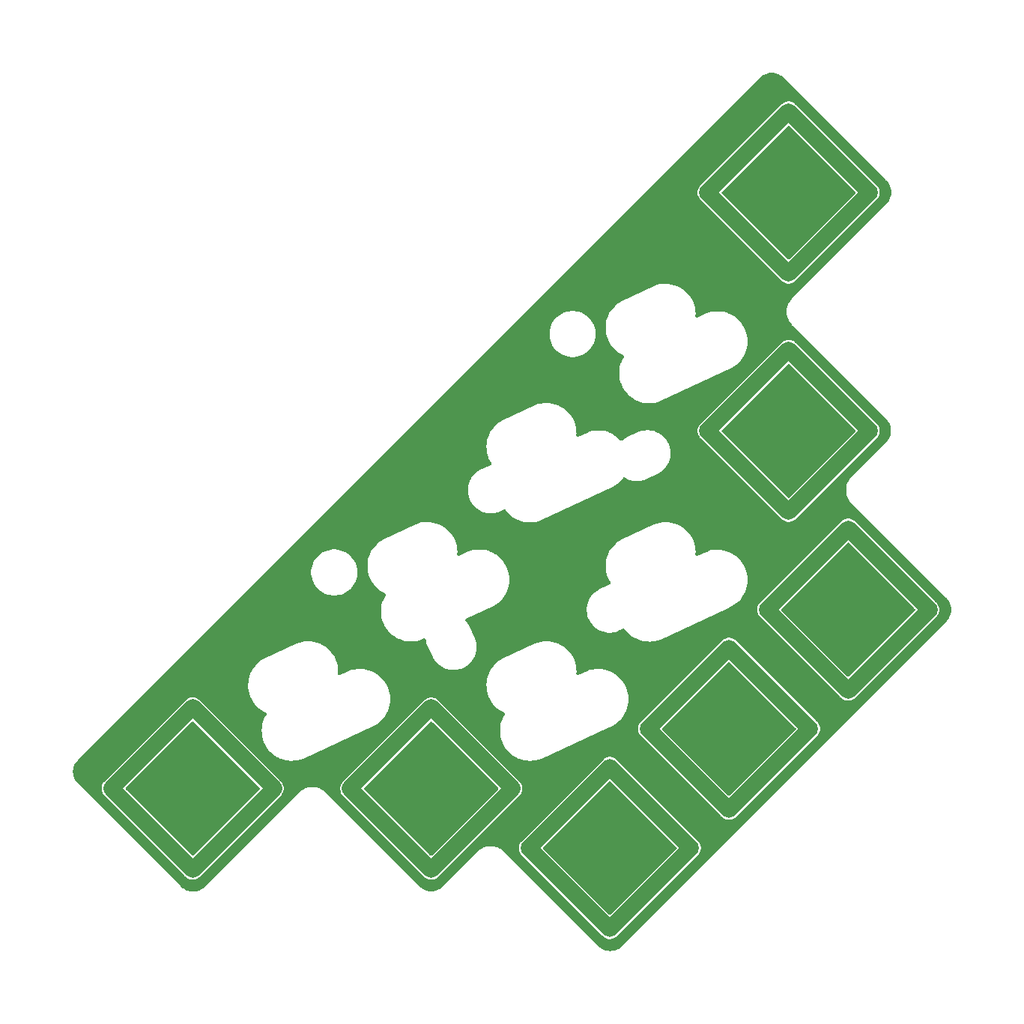
<source format=gbl>
G04 #@! TF.GenerationSoftware,KiCad,Pcbnew,8.0.5*
G04 #@! TF.CreationDate,2024-09-16T20:13:51+09:00*
G04 #@! TF.ProjectId,SandyLP_Plate_Middle,53616e64-794c-4505-9f50-6c6174655f4d,v.0*
G04 #@! TF.SameCoordinates,Original*
G04 #@! TF.FileFunction,Copper,L2,Bot*
G04 #@! TF.FilePolarity,Positive*
%FSLAX46Y46*%
G04 Gerber Fmt 4.6, Leading zero omitted, Abs format (unit mm)*
G04 Created by KiCad (PCBNEW 8.0.5) date 2024-09-16 20:13:51*
%MOMM*%
%LPD*%
G01*
G04 APERTURE LIST*
G04 Aperture macros list*
%AMRoundRect*
0 Rectangle with rounded corners*
0 $1 Rounding radius*
0 $2 $3 $4 $5 $6 $7 $8 $9 X,Y pos of 4 corners*
0 Add a 4 corners polygon primitive as box body*
4,1,4,$2,$3,$4,$5,$6,$7,$8,$9,$2,$3,0*
0 Add four circle primitives for the rounded corners*
1,1,$1+$1,$2,$3*
1,1,$1+$1,$4,$5*
1,1,$1+$1,$6,$7*
1,1,$1+$1,$8,$9*
0 Add four rect primitives between the rounded corners*
20,1,$1+$1,$2,$3,$4,$5,0*
20,1,$1+$1,$4,$5,$6,$7,0*
20,1,$1+$1,$6,$7,$8,$9,0*
20,1,$1+$1,$8,$9,$2,$3,0*%
G04 Aperture macros list end*
G04 #@! TA.AperFunction,WasherPad*
%ADD10RoundRect,0.900000X4.596201X-4.596187X-4.596187X4.596201X-4.596201X4.596187X4.596187X-4.596201X0*%
G04 #@! TD*
G04 #@! TA.AperFunction,WasherPad*
%ADD11RoundRect,0.900000X-4.596187X-4.596201X4.596201X4.596187X4.596187X4.596201X-4.596201X-4.596187X0*%
G04 #@! TD*
G04 APERTURE END LIST*
D10*
X193472835Y-70291280D03*
D11*
X193472835Y-61098892D03*
X202665223Y-70291280D03*
D10*
X202665223Y-61098892D03*
X186737643Y-23144935D03*
D11*
X186737643Y-13952547D03*
X195930031Y-23144935D03*
D10*
X195930031Y-13952547D03*
X146344196Y-90514562D03*
D11*
X146344196Y-81322174D03*
X155536584Y-90514562D03*
D10*
X155536584Y-81322174D03*
X186737643Y-50085703D03*
D11*
X186737643Y-40893315D03*
X195930031Y-50085703D03*
D10*
X195930031Y-40893315D03*
X119385722Y-90496856D03*
D11*
X119385722Y-81304468D03*
X128578110Y-90496856D03*
D10*
X128578110Y-81304468D03*
X166532067Y-97232048D03*
D11*
X166532067Y-88039660D03*
X175724455Y-97232048D03*
D10*
X175724455Y-88039660D03*
X180002451Y-83761664D03*
D11*
X180002451Y-74569276D03*
X189194839Y-83761664D03*
D10*
X189194839Y-74569276D03*
G04 #@! TA.AperFunction,NonConductor*
G36*
X189673084Y-5021506D02*
G01*
X189692398Y-5024049D01*
X189910522Y-5067436D01*
X189929341Y-5072479D01*
X190139949Y-5143970D01*
X190157945Y-5151424D01*
X190357406Y-5249787D01*
X190374274Y-5259525D01*
X190455829Y-5314018D01*
X190559197Y-5383086D01*
X190574659Y-5394950D01*
X190745534Y-5544802D01*
X190752651Y-5551468D01*
X202403314Y-17202130D01*
X202403312Y-17202131D01*
X202403325Y-17202141D01*
X202407941Y-17206758D01*
X202414598Y-17213866D01*
X202564458Y-17384760D01*
X202576312Y-17400209D01*
X202699870Y-17585137D01*
X202709613Y-17602014D01*
X202807971Y-17801473D01*
X202815429Y-17819480D01*
X202886911Y-18030072D01*
X202891955Y-18048897D01*
X202935340Y-18267017D01*
X202937884Y-18286340D01*
X202952428Y-18508258D01*
X202952428Y-18527747D01*
X202937883Y-18749665D01*
X202935339Y-18768988D01*
X202891953Y-18987110D01*
X202886909Y-19005934D01*
X202815428Y-19216520D01*
X202807970Y-19234526D01*
X202709609Y-19433992D01*
X202699865Y-19450870D01*
X202576319Y-19635781D01*
X202564455Y-19651245D01*
X202414529Y-19822212D01*
X202407867Y-19829324D01*
X202375865Y-19861329D01*
X202375685Y-19861553D01*
X191755880Y-30495452D01*
X191755881Y-30495453D01*
X191755319Y-30496016D01*
X191755297Y-30496038D01*
X191723729Y-30527649D01*
X191723724Y-30527644D01*
X191723636Y-30527750D01*
X191663338Y-30588046D01*
X191502887Y-30792840D01*
X191368300Y-31015466D01*
X191368293Y-31015479D01*
X191261520Y-31252709D01*
X191184117Y-31501095D01*
X191137219Y-31756989D01*
X191121508Y-32016678D01*
X191121508Y-32016683D01*
X191137213Y-32276363D01*
X191137214Y-32276367D01*
X191184107Y-32532267D01*
X191261505Y-32780648D01*
X191333864Y-32941426D01*
X191368279Y-33017895D01*
X191502863Y-33240523D01*
X191502868Y-33240531D01*
X191663314Y-33445326D01*
X191663315Y-33445327D01*
X191725630Y-33507641D01*
X191725634Y-33507646D01*
X202362443Y-44144453D01*
X202363848Y-44145858D01*
X202370517Y-44152979D01*
X202520365Y-44323861D01*
X202532225Y-44339318D01*
X202655773Y-44524232D01*
X202665516Y-44541110D01*
X202763877Y-44740577D01*
X202771336Y-44758584D01*
X202842818Y-44969179D01*
X202847861Y-44988003D01*
X202891245Y-45206118D01*
X202893789Y-45225441D01*
X202908333Y-45447359D01*
X202908333Y-45466848D01*
X202893788Y-45688766D01*
X202891244Y-45708089D01*
X202847858Y-45926211D01*
X202842814Y-45945035D01*
X202771332Y-46155624D01*
X202763874Y-46173630D01*
X202665518Y-46373086D01*
X202655774Y-46389965D01*
X202532221Y-46574886D01*
X202520357Y-46590348D01*
X202370419Y-46761331D01*
X202363757Y-46768444D01*
X202331754Y-46800450D01*
X202331253Y-46801078D01*
X198481042Y-50665314D01*
X198480263Y-50666096D01*
X198393312Y-50753042D01*
X198232856Y-50957833D01*
X198232854Y-50957836D01*
X198098253Y-51180476D01*
X197991475Y-51417712D01*
X197914068Y-51666103D01*
X197867170Y-51922000D01*
X197851460Y-52181691D01*
X197851460Y-52181696D01*
X197867168Y-52441387D01*
X197914063Y-52697277D01*
X197991470Y-52945676D01*
X198072432Y-53125555D01*
X198098249Y-53182915D01*
X198232848Y-53405556D01*
X198298604Y-53489481D01*
X198393304Y-53610349D01*
X198455618Y-53672659D01*
X198455623Y-53672664D01*
X209160634Y-64377673D01*
X209181463Y-64398502D01*
X209188127Y-64405618D01*
X209338001Y-64576514D01*
X209349866Y-64591976D01*
X209473425Y-64776891D01*
X209483170Y-64793770D01*
X209573205Y-64976339D01*
X209581534Y-64993227D01*
X209588993Y-65011234D01*
X209660482Y-65221829D01*
X209665527Y-65240654D01*
X209708918Y-65458781D01*
X209711462Y-65478103D01*
X209726012Y-65700027D01*
X209726012Y-65719518D01*
X209711470Y-65941433D01*
X209708927Y-65960755D01*
X209665543Y-66178885D01*
X209660498Y-66197712D01*
X209589014Y-66408310D01*
X209581556Y-66426316D01*
X209483195Y-66625783D01*
X209473451Y-66642662D01*
X209349899Y-66827581D01*
X209338034Y-66843044D01*
X209188793Y-67013227D01*
X209182131Y-67020341D01*
X209152140Y-67050335D01*
X209152136Y-67050339D01*
X172474839Y-103733591D01*
X172467671Y-103740229D01*
X172467708Y-103740271D01*
X172296838Y-103890120D01*
X172281375Y-103901985D01*
X172096457Y-104025543D01*
X172079578Y-104035288D01*
X171880123Y-104133648D01*
X171862117Y-104141106D01*
X171651517Y-104212596D01*
X171632690Y-104217641D01*
X171414575Y-104261026D01*
X171395253Y-104263570D01*
X171173335Y-104278116D01*
X171153843Y-104278116D01*
X170931924Y-104263570D01*
X170912602Y-104261026D01*
X170694486Y-104217641D01*
X170675659Y-104212596D01*
X170465059Y-104141106D01*
X170447053Y-104133648D01*
X170247598Y-104035288D01*
X170230719Y-104025543D01*
X170045806Y-103901988D01*
X170030343Y-103890123D01*
X169859441Y-103740245D01*
X169852325Y-103733580D01*
X159174992Y-93056246D01*
X159104176Y-92985430D01*
X158899392Y-92824992D01*
X158899386Y-92824988D01*
X158899383Y-92824986D01*
X158760349Y-92740937D01*
X158676750Y-92690399D01*
X158676739Y-92690393D01*
X158439498Y-92583620D01*
X158439493Y-92583618D01*
X158269871Y-92530761D01*
X160835373Y-92530761D01*
X160835373Y-92740947D01*
X160875147Y-92947310D01*
X160875148Y-92947311D01*
X160941988Y-93114270D01*
X160953259Y-93142425D01*
X161063693Y-93314265D01*
X161066886Y-93319232D01*
X161098278Y-93354601D01*
X170290666Y-102546989D01*
X170409514Y-102665837D01*
X170444883Y-102697229D01*
X170621689Y-102810855D01*
X170816804Y-102888967D01*
X171023167Y-102928741D01*
X171023174Y-102928741D01*
X171023176Y-102928742D01*
X171023177Y-102928742D01*
X171023178Y-102928742D01*
X171233344Y-102928742D01*
X171233346Y-102928742D01*
X171233348Y-102928741D01*
X171233354Y-102928741D01*
X171353937Y-102905499D01*
X171439718Y-102888967D01*
X171634833Y-102810855D01*
X171811639Y-102697229D01*
X171847008Y-102665837D01*
X171965856Y-102546989D01*
X181158244Y-93354601D01*
X181189636Y-93319232D01*
X181303262Y-93142426D01*
X181314534Y-93114270D01*
X181381374Y-92947311D01*
X181404950Y-92824986D01*
X181421148Y-92740947D01*
X181421149Y-92740937D01*
X181421149Y-92530773D01*
X181421149Y-92530770D01*
X181399211Y-92416942D01*
X181381374Y-92324397D01*
X181303262Y-92129282D01*
X181189636Y-91952476D01*
X181158244Y-91917107D01*
X181039396Y-91798259D01*
X171847008Y-82605871D01*
X171811639Y-82574479D01*
X171811636Y-82574477D01*
X171811635Y-82574476D01*
X171634830Y-82460851D01*
X171548983Y-82426484D01*
X171548981Y-82426483D01*
X171439718Y-82382741D01*
X171439717Y-82382740D01*
X171233354Y-82342966D01*
X171233346Y-82342966D01*
X171233345Y-82342966D01*
X171023176Y-82342966D01*
X171023167Y-82342966D01*
X170816804Y-82382740D01*
X170816803Y-82382741D01*
X170707538Y-82426483D01*
X170707539Y-82426484D01*
X170621689Y-82460852D01*
X170444886Y-82574476D01*
X170444884Y-82574478D01*
X170409511Y-82605873D01*
X161098280Y-91917104D01*
X161066885Y-91952477D01*
X161066883Y-91952479D01*
X160953259Y-92129282D01*
X160875148Y-92324397D01*
X160875147Y-92324398D01*
X160857311Y-92416943D01*
X160835373Y-92530761D01*
X158269871Y-92530761D01*
X158191120Y-92506221D01*
X158191111Y-92506219D01*
X157935232Y-92459327D01*
X157935208Y-92459324D01*
X157675530Y-92443617D01*
X157675524Y-92443617D01*
X157415845Y-92459324D01*
X157415821Y-92459327D01*
X157159944Y-92506219D01*
X157159936Y-92506221D01*
X156911559Y-92583618D01*
X156911554Y-92583620D01*
X156674314Y-92690393D01*
X156674303Y-92690399D01*
X156451671Y-92824986D01*
X156451661Y-92824992D01*
X156246877Y-92985430D01*
X156176061Y-93056247D01*
X156176058Y-93056249D01*
X156154890Y-93077416D01*
X156133728Y-93098579D01*
X156133726Y-93098582D01*
X152251570Y-96980736D01*
X152244453Y-96987401D01*
X152199752Y-97026604D01*
X152073584Y-97137250D01*
X152058121Y-97149115D01*
X151873203Y-97272673D01*
X151856324Y-97282418D01*
X151656869Y-97380778D01*
X151638863Y-97388236D01*
X151428263Y-97459726D01*
X151409436Y-97464771D01*
X151191321Y-97508156D01*
X151171999Y-97510700D01*
X150950081Y-97525246D01*
X150930589Y-97525246D01*
X150708670Y-97510700D01*
X150689348Y-97508156D01*
X150471232Y-97464771D01*
X150452405Y-97459726D01*
X150241805Y-97388236D01*
X150223799Y-97380778D01*
X150024344Y-97282418D01*
X150007465Y-97272673D01*
X149822552Y-97149118D01*
X149807089Y-97137253D01*
X149684594Y-97029827D01*
X149636180Y-96987368D01*
X149629071Y-96980710D01*
X139004771Y-86356409D01*
X138933955Y-86285593D01*
X138729171Y-86125155D01*
X138729165Y-86125151D01*
X138729162Y-86125149D01*
X138560937Y-86023453D01*
X138506529Y-85990562D01*
X138506518Y-85990556D01*
X138269277Y-85883783D01*
X138269272Y-85883781D01*
X138043026Y-85813279D01*
X140647502Y-85813279D01*
X140647502Y-86023461D01*
X140687276Y-86229823D01*
X140746428Y-86377577D01*
X140765389Y-86424940D01*
X140765390Y-86424941D01*
X140867634Y-86584038D01*
X140879015Y-86601746D01*
X140910407Y-86637115D01*
X150102795Y-95829503D01*
X150221643Y-95948351D01*
X150257012Y-95979743D01*
X150433818Y-96093369D01*
X150628933Y-96171481D01*
X150835296Y-96211255D01*
X150835303Y-96211255D01*
X150835305Y-96211256D01*
X150835306Y-96211256D01*
X150835307Y-96211256D01*
X151045473Y-96211256D01*
X151045475Y-96211256D01*
X151045477Y-96211255D01*
X151045483Y-96211255D01*
X151166066Y-96188013D01*
X151251847Y-96171481D01*
X151446962Y-96093369D01*
X151623768Y-95979743D01*
X151659137Y-95948351D01*
X151777985Y-95829503D01*
X160970373Y-86637115D01*
X161001765Y-86601746D01*
X161115391Y-86424940D01*
X161134352Y-86377577D01*
X161193503Y-86229825D01*
X161216264Y-86111731D01*
X161233277Y-86023461D01*
X161233278Y-86023451D01*
X161233278Y-85813281D01*
X161229867Y-85795581D01*
X161193503Y-85606913D01*
X161193503Y-85606911D01*
X161115391Y-85411796D01*
X161044753Y-85301881D01*
X161001767Y-85234993D01*
X161001766Y-85234992D01*
X161001765Y-85234990D01*
X160970373Y-85199621D01*
X160851525Y-85080773D01*
X151659137Y-75888385D01*
X151623768Y-75856993D01*
X151623765Y-75856991D01*
X151623764Y-75856990D01*
X151467340Y-75756463D01*
X151446962Y-75743367D01*
X151402734Y-75725661D01*
X151402729Y-75725659D01*
X151251847Y-75665255D01*
X151251846Y-75665254D01*
X151045483Y-75625480D01*
X151045475Y-75625480D01*
X151045474Y-75625480D01*
X150835305Y-75625480D01*
X150835296Y-75625480D01*
X150628933Y-75665254D01*
X150628932Y-75665255D01*
X150478045Y-75725660D01*
X150478046Y-75725661D01*
X150433818Y-75743366D01*
X150257015Y-75856990D01*
X150257013Y-75856992D01*
X150221640Y-75888387D01*
X140910409Y-85199618D01*
X140879014Y-85234991D01*
X140879012Y-85234993D01*
X140765388Y-85411796D01*
X140687276Y-85606913D01*
X140650915Y-85795574D01*
X140650915Y-85795575D01*
X140647502Y-85813279D01*
X138043026Y-85813279D01*
X138020899Y-85806384D01*
X138020890Y-85806382D01*
X137765011Y-85759490D01*
X137764987Y-85759487D01*
X137505309Y-85743780D01*
X137505303Y-85743780D01*
X137245624Y-85759487D01*
X137245600Y-85759490D01*
X136989723Y-85806382D01*
X136989715Y-85806384D01*
X136741338Y-85883781D01*
X136741333Y-85883783D01*
X136504093Y-85990556D01*
X136504082Y-85990562D01*
X136281450Y-86125149D01*
X136281440Y-86125155D01*
X136076656Y-86285593D01*
X136005841Y-86356409D01*
X136005838Y-86356411D01*
X135984674Y-86377573D01*
X135984675Y-86377574D01*
X135965469Y-86396781D01*
X135965466Y-86396784D01*
X125339086Y-97023162D01*
X125331969Y-97029827D01*
X125195945Y-97149118D01*
X125161100Y-97179676D01*
X125145637Y-97191541D01*
X124960719Y-97315099D01*
X124943840Y-97324844D01*
X124744385Y-97423204D01*
X124726379Y-97430662D01*
X124515779Y-97502152D01*
X124496952Y-97507197D01*
X124278837Y-97550582D01*
X124259515Y-97553126D01*
X124037597Y-97567672D01*
X124018105Y-97567672D01*
X123796186Y-97553126D01*
X123776864Y-97550582D01*
X123558748Y-97507197D01*
X123539921Y-97502152D01*
X123329321Y-97430662D01*
X123311315Y-97423204D01*
X123111860Y-97324844D01*
X123094981Y-97315099D01*
X122910068Y-97191544D01*
X122894605Y-97179679D01*
X122723703Y-97029801D01*
X122716587Y-97023136D01*
X111489020Y-85795569D01*
X113689028Y-85795569D01*
X113689028Y-86005755D01*
X113728802Y-86212118D01*
X113728802Y-86212119D01*
X113758219Y-86285596D01*
X113758219Y-86285597D01*
X113806913Y-86407231D01*
X113818294Y-86424941D01*
X113920541Y-86584040D01*
X113951933Y-86619409D01*
X123144321Y-95811797D01*
X123263169Y-95930645D01*
X123298538Y-95962037D01*
X123475344Y-96075663D01*
X123670459Y-96153775D01*
X123876822Y-96193549D01*
X123876829Y-96193549D01*
X123876831Y-96193550D01*
X123876832Y-96193550D01*
X123876833Y-96193550D01*
X124086999Y-96193550D01*
X124087001Y-96193550D01*
X124087003Y-96193549D01*
X124087009Y-96193549D01*
X124207592Y-96170307D01*
X124293373Y-96153775D01*
X124488488Y-96075663D01*
X124665294Y-95962037D01*
X124700663Y-95930645D01*
X124819511Y-95811797D01*
X134011899Y-86619409D01*
X134043291Y-86584040D01*
X134156917Y-86407234D01*
X134205613Y-86285596D01*
X134235029Y-86212119D01*
X134263474Y-86064534D01*
X134274803Y-86005755D01*
X134274804Y-86005745D01*
X134274804Y-85795581D01*
X134274804Y-85795578D01*
X134252866Y-85681750D01*
X134235029Y-85589205D01*
X134156917Y-85394090D01*
X134043291Y-85217284D01*
X134011899Y-85181915D01*
X133893051Y-85063067D01*
X124700663Y-75870679D01*
X124665294Y-75839287D01*
X124665291Y-75839285D01*
X124665290Y-75839284D01*
X124488485Y-75725659D01*
X124387016Y-75685038D01*
X124387014Y-75685037D01*
X124293373Y-75647549D01*
X124293372Y-75647548D01*
X124087009Y-75607774D01*
X124087001Y-75607774D01*
X124087000Y-75607774D01*
X123876831Y-75607774D01*
X123876822Y-75607774D01*
X123670459Y-75647548D01*
X123670458Y-75647549D01*
X123576815Y-75685037D01*
X123576816Y-75685038D01*
X123475344Y-75725660D01*
X123298541Y-75839284D01*
X123298539Y-75839286D01*
X123263166Y-75870681D01*
X113951935Y-85181912D01*
X113920540Y-85217285D01*
X113920538Y-85217287D01*
X113806914Y-85394090D01*
X113728803Y-85589205D01*
X113728802Y-85589206D01*
X113710966Y-85681751D01*
X113689028Y-85795569D01*
X111489020Y-85795569D01*
X110998780Y-85305329D01*
X110992116Y-85298214D01*
X110842260Y-85127340D01*
X110830397Y-85111879D01*
X110825912Y-85105167D01*
X110706841Y-84926967D01*
X110697098Y-84910093D01*
X110622129Y-84758072D01*
X110598727Y-84710617D01*
X110591275Y-84692626D01*
X110519786Y-84482031D01*
X110514743Y-84463210D01*
X110471355Y-84245085D01*
X110468811Y-84225762D01*
X110454265Y-84003831D01*
X110454265Y-83984364D01*
X110468811Y-83762430D01*
X110471355Y-83743112D01*
X110473086Y-83734409D01*
X110514746Y-83524977D01*
X110519786Y-83506169D01*
X110591280Y-83295558D01*
X110598728Y-83277578D01*
X110697103Y-83078097D01*
X110706835Y-83061241D01*
X110830406Y-82876308D01*
X110842256Y-82860864D01*
X110992190Y-82689902D01*
X110998812Y-82682832D01*
X119462776Y-74218868D01*
X130249760Y-74218868D01*
X130264332Y-74552639D01*
X130264334Y-74552652D01*
X130302189Y-74817804D01*
X130311555Y-74883402D01*
X130311556Y-74883409D01*
X130390966Y-75207937D01*
X130390967Y-75207942D01*
X130390969Y-75207947D01*
X130501811Y-75523137D01*
X130501814Y-75523145D01*
X130643017Y-75825954D01*
X130813205Y-76113439D01*
X130813209Y-76113446D01*
X130813215Y-76113455D01*
X131010779Y-76382898D01*
X131233801Y-76631678D01*
X131233805Y-76631682D01*
X131233810Y-76631687D01*
X131480134Y-76857401D01*
X131747400Y-77057888D01*
X131747405Y-77057891D01*
X132033041Y-77231219D01*
X132254584Y-77337483D01*
X132313124Y-77387701D01*
X132338711Y-77460461D01*
X132324490Y-77536267D01*
X132317527Y-77549125D01*
X132189983Y-77759310D01*
X132189981Y-77759314D01*
X132045492Y-78060547D01*
X132045484Y-78060566D01*
X131931215Y-78374518D01*
X131931214Y-78374523D01*
X131848267Y-78698166D01*
X131848266Y-78698171D01*
X131848266Y-78698172D01*
X131824280Y-78854013D01*
X131797438Y-79028403D01*
X131797437Y-79028406D01*
X131779226Y-79361997D01*
X131779225Y-79362020D01*
X131793797Y-79695791D01*
X131793799Y-79695806D01*
X131841020Y-80026553D01*
X131841021Y-80026560D01*
X131920431Y-80351088D01*
X131920432Y-80351093D01*
X131920434Y-80351098D01*
X132031276Y-80666289D01*
X132031279Y-80666297D01*
X132172481Y-80969106D01*
X132342672Y-81256595D01*
X132342678Y-81256603D01*
X132342680Y-81256607D01*
X132540244Y-81526049D01*
X132540247Y-81526052D01*
X132540248Y-81526054D01*
X132763269Y-81774834D01*
X132763274Y-81774839D01*
X133009593Y-82000548D01*
X133276865Y-82201040D01*
X133276870Y-82201043D01*
X133562506Y-82374371D01*
X133671153Y-82426484D01*
X133863744Y-82518862D01*
X133863748Y-82518863D01*
X133863755Y-82518867D01*
X133863761Y-82518869D01*
X133863763Y-82518870D01*
X134016539Y-82574476D01*
X134177718Y-82633140D01*
X134501369Y-82716089D01*
X134831592Y-82766916D01*
X134831601Y-82766916D01*
X134831603Y-82766917D01*
X135041405Y-82778370D01*
X135165208Y-82785129D01*
X135165212Y-82785128D01*
X135165217Y-82785129D01*
X135498988Y-82770557D01*
X135498992Y-82770556D01*
X135499001Y-82770556D01*
X135829758Y-82723334D01*
X136154295Y-82643921D01*
X136469486Y-82533079D01*
X144475910Y-78799622D01*
X144763419Y-78629419D01*
X145032862Y-78431855D01*
X145281643Y-78208834D01*
X145507365Y-77962501D01*
X145707856Y-77695229D01*
X145881183Y-77409593D01*
X146025680Y-77108344D01*
X146139953Y-76794381D01*
X146222902Y-76470730D01*
X146273729Y-76140507D01*
X146291942Y-75806891D01*
X146291942Y-75806881D01*
X146277370Y-75473111D01*
X146277369Y-75473105D01*
X146277369Y-75473099D01*
X146230147Y-75142341D01*
X146150733Y-74817804D01*
X146039892Y-74502614D01*
X145907579Y-74218868D01*
X157190529Y-74218868D01*
X157205101Y-74552639D01*
X157205103Y-74552652D01*
X157242958Y-74817804D01*
X157252324Y-74883402D01*
X157252325Y-74883409D01*
X157331735Y-75207937D01*
X157331736Y-75207942D01*
X157331738Y-75207947D01*
X157442580Y-75523137D01*
X157442583Y-75523145D01*
X157583786Y-75825954D01*
X157753974Y-76113439D01*
X157753978Y-76113446D01*
X157753984Y-76113455D01*
X157951548Y-76382898D01*
X158174570Y-76631678D01*
X158174574Y-76631682D01*
X158174579Y-76631687D01*
X158420903Y-76857401D01*
X158688169Y-77057888D01*
X158688174Y-77057891D01*
X158973810Y-77231219D01*
X159195353Y-77337483D01*
X159253893Y-77387701D01*
X159279480Y-77460461D01*
X159265259Y-77536267D01*
X159258296Y-77549125D01*
X159130752Y-77759310D01*
X159130750Y-77759314D01*
X158986261Y-78060547D01*
X158986253Y-78060566D01*
X158871984Y-78374518D01*
X158871983Y-78374523D01*
X158789036Y-78698166D01*
X158789035Y-78698171D01*
X158789035Y-78698172D01*
X158765049Y-78854013D01*
X158738207Y-79028403D01*
X158738206Y-79028406D01*
X158719995Y-79361997D01*
X158719994Y-79362020D01*
X158734566Y-79695791D01*
X158734568Y-79695806D01*
X158781789Y-80026553D01*
X158781790Y-80026560D01*
X158861200Y-80351088D01*
X158861201Y-80351093D01*
X158861203Y-80351098D01*
X158972045Y-80666289D01*
X158972048Y-80666297D01*
X159113250Y-80969106D01*
X159283441Y-81256595D01*
X159283447Y-81256603D01*
X159283449Y-81256607D01*
X159481013Y-81526049D01*
X159481016Y-81526052D01*
X159481017Y-81526054D01*
X159704038Y-81774834D01*
X159704043Y-81774839D01*
X159950362Y-82000548D01*
X160217634Y-82201040D01*
X160217639Y-82201043D01*
X160503275Y-82374371D01*
X160611922Y-82426484D01*
X160804513Y-82518862D01*
X160804517Y-82518863D01*
X160804524Y-82518867D01*
X160804530Y-82518869D01*
X160804532Y-82518870D01*
X160957308Y-82574476D01*
X161118487Y-82633140D01*
X161442138Y-82716089D01*
X161772361Y-82766916D01*
X161772370Y-82766916D01*
X161772372Y-82766917D01*
X161982174Y-82778370D01*
X162105977Y-82785129D01*
X162105981Y-82785128D01*
X162105986Y-82785129D01*
X162439757Y-82770557D01*
X162439761Y-82770556D01*
X162439770Y-82770556D01*
X162770527Y-82723334D01*
X163095064Y-82643921D01*
X163410255Y-82533079D01*
X170857488Y-79060377D01*
X174305757Y-79060377D01*
X174305757Y-79270560D01*
X174327696Y-79384381D01*
X174327696Y-79384383D01*
X174345531Y-79476922D01*
X174345533Y-79476929D01*
X174423642Y-79672039D01*
X174438906Y-79695791D01*
X174537270Y-79848848D01*
X174568662Y-79884217D01*
X183761050Y-89076605D01*
X183879898Y-89195453D01*
X183915267Y-89226845D01*
X184092073Y-89340471D01*
X184287188Y-89418583D01*
X184493551Y-89458357D01*
X184493558Y-89458357D01*
X184493560Y-89458358D01*
X184493561Y-89458358D01*
X184493562Y-89458358D01*
X184703728Y-89458358D01*
X184703730Y-89458358D01*
X184703732Y-89458357D01*
X184703738Y-89458357D01*
X184824321Y-89435115D01*
X184910102Y-89418583D01*
X185105217Y-89340471D01*
X185282023Y-89226845D01*
X185317392Y-89195453D01*
X185436240Y-89076605D01*
X194628628Y-79884217D01*
X194660020Y-79848848D01*
X194773646Y-79672042D01*
X194851758Y-79476926D01*
X194869595Y-79384382D01*
X194873909Y-79361997D01*
X194891532Y-79270563D01*
X194891533Y-79270553D01*
X194891533Y-79060389D01*
X194891533Y-79060386D01*
X194869595Y-78946558D01*
X194851758Y-78854013D01*
X194773646Y-78658898D01*
X194660020Y-78482092D01*
X194628628Y-78446723D01*
X194509780Y-78327875D01*
X185317392Y-69135487D01*
X185282023Y-69104095D01*
X185282020Y-69104093D01*
X185282019Y-69104092D01*
X185105216Y-68990468D01*
X184959084Y-68931966D01*
X184910102Y-68912357D01*
X184910101Y-68912356D01*
X184703738Y-68872582D01*
X184703730Y-68872582D01*
X184703729Y-68872582D01*
X184493560Y-68872582D01*
X184493551Y-68872582D01*
X184287189Y-68912356D01*
X184092073Y-68990468D01*
X183915270Y-69104092D01*
X183915268Y-69104094D01*
X183879895Y-69135489D01*
X174568664Y-78446720D01*
X174537269Y-78482093D01*
X174537267Y-78482095D01*
X174423643Y-78658898D01*
X174345532Y-78854013D01*
X174345531Y-78854014D01*
X174327695Y-78946559D01*
X174305757Y-79060377D01*
X170857488Y-79060377D01*
X171416679Y-78799622D01*
X171704188Y-78629419D01*
X171973631Y-78431855D01*
X172222412Y-78208834D01*
X172448134Y-77962501D01*
X172648625Y-77695229D01*
X172821952Y-77409593D01*
X172966449Y-77108344D01*
X173080722Y-76794381D01*
X173163671Y-76470730D01*
X173214498Y-76140507D01*
X173232711Y-75806891D01*
X173232711Y-75806881D01*
X173218139Y-75473111D01*
X173218138Y-75473105D01*
X173218138Y-75473099D01*
X173170916Y-75142341D01*
X173091502Y-74817804D01*
X172980661Y-74502614D01*
X172839459Y-74199805D01*
X172839457Y-74199802D01*
X172839454Y-74199795D01*
X172669266Y-73912311D01*
X172669264Y-73912309D01*
X172669257Y-73912296D01*
X172471693Y-73642853D01*
X172248672Y-73394072D01*
X172248667Y-73394067D01*
X172248662Y-73394062D01*
X172002343Y-73168353D01*
X171735071Y-72967861D01*
X171449429Y-72794530D01*
X171449425Y-72794528D01*
X171148191Y-72650039D01*
X171148172Y-72650031D01*
X170834221Y-72535762D01*
X170834216Y-72535761D01*
X170510572Y-72452814D01*
X170510569Y-72452813D01*
X170510567Y-72452813D01*
X170180345Y-72401986D01*
X170180341Y-72401985D01*
X170180336Y-72401985D01*
X170180333Y-72401984D01*
X169846742Y-72383773D01*
X169846719Y-72383772D01*
X169512948Y-72398344D01*
X169512933Y-72398346D01*
X169182186Y-72445567D01*
X169182179Y-72445568D01*
X168857651Y-72524978D01*
X168542442Y-72635826D01*
X167550359Y-73098442D01*
X167474403Y-73111835D01*
X167401926Y-73085456D01*
X167352349Y-73026372D01*
X167338611Y-72955279D01*
X167352967Y-72692318D01*
X167352968Y-72692297D01*
X167338395Y-72358530D01*
X167338393Y-72358508D01*
X167291173Y-72027757D01*
X167211759Y-71703220D01*
X167100918Y-71388029D01*
X166959716Y-71085221D01*
X166959714Y-71085218D01*
X166959711Y-71085211D01*
X166789522Y-70797726D01*
X166789520Y-70797724D01*
X166789513Y-70797711D01*
X166591950Y-70528269D01*
X166368928Y-70279488D01*
X166368923Y-70279483D01*
X166368918Y-70279478D01*
X166122599Y-70053769D01*
X165855327Y-69853277D01*
X165569698Y-69679953D01*
X165569684Y-69679945D01*
X165268448Y-69535455D01*
X165268429Y-69535447D01*
X164954477Y-69421178D01*
X164954472Y-69421177D01*
X164630829Y-69338230D01*
X164630826Y-69338229D01*
X164630824Y-69338229D01*
X164300601Y-69287402D01*
X164300597Y-69287401D01*
X164300592Y-69287401D01*
X164300589Y-69287400D01*
X163966998Y-69269189D01*
X163966976Y-69269188D01*
X163633205Y-69283760D01*
X163633190Y-69283762D01*
X163302442Y-69330983D01*
X163302435Y-69330984D01*
X162977907Y-69410395D01*
X162977899Y-69410397D01*
X162977898Y-69410398D01*
X162947247Y-69421177D01*
X162662699Y-69521242D01*
X159006567Y-71226126D01*
X159006563Y-71226128D01*
X158719052Y-71396331D01*
X158719046Y-71396335D01*
X158449617Y-71593888D01*
X158449612Y-71593892D01*
X158449609Y-71593895D01*
X158327651Y-71703226D01*
X158200824Y-71816921D01*
X158200819Y-71816926D01*
X157975105Y-72063250D01*
X157774618Y-72330516D01*
X157601287Y-72616158D01*
X157601285Y-72616162D01*
X157456796Y-72917396D01*
X157456788Y-72917415D01*
X157342519Y-73231367D01*
X157342518Y-73231372D01*
X157259571Y-73555015D01*
X157208742Y-73885252D01*
X157208741Y-73885255D01*
X157190530Y-74218846D01*
X157190529Y-74218868D01*
X145907579Y-74218868D01*
X145898690Y-74199805D01*
X145898688Y-74199802D01*
X145898685Y-74199795D01*
X145728497Y-73912311D01*
X145728495Y-73912309D01*
X145728488Y-73912296D01*
X145530924Y-73642853D01*
X145307903Y-73394072D01*
X145307898Y-73394067D01*
X145307893Y-73394062D01*
X145061574Y-73168353D01*
X144794302Y-72967861D01*
X144508660Y-72794530D01*
X144508656Y-72794528D01*
X144207422Y-72650039D01*
X144207403Y-72650031D01*
X143893452Y-72535762D01*
X143893447Y-72535761D01*
X143569803Y-72452814D01*
X143569800Y-72452813D01*
X143569798Y-72452813D01*
X143239576Y-72401986D01*
X143239572Y-72401985D01*
X143239567Y-72401985D01*
X143239564Y-72401984D01*
X142905973Y-72383773D01*
X142905950Y-72383772D01*
X142572179Y-72398344D01*
X142572164Y-72398346D01*
X142241417Y-72445567D01*
X142241410Y-72445568D01*
X141916882Y-72524978D01*
X141601673Y-72635826D01*
X140609590Y-73098442D01*
X140533634Y-73111835D01*
X140461157Y-73085456D01*
X140411580Y-73026372D01*
X140397842Y-72955279D01*
X140412198Y-72692318D01*
X140412199Y-72692297D01*
X140397626Y-72358530D01*
X140397624Y-72358508D01*
X140350404Y-72027757D01*
X140270990Y-71703220D01*
X140160149Y-71388029D01*
X140018947Y-71085221D01*
X140018945Y-71085218D01*
X140018942Y-71085211D01*
X139848753Y-70797726D01*
X139848751Y-70797724D01*
X139848744Y-70797711D01*
X139651181Y-70528269D01*
X139428159Y-70279488D01*
X139428154Y-70279483D01*
X139428149Y-70279478D01*
X139181830Y-70053769D01*
X138914558Y-69853277D01*
X138628929Y-69679953D01*
X138628915Y-69679945D01*
X138327679Y-69535455D01*
X138327660Y-69535447D01*
X138013708Y-69421178D01*
X138013703Y-69421177D01*
X137690060Y-69338230D01*
X137690057Y-69338229D01*
X137690055Y-69338229D01*
X137359832Y-69287402D01*
X137359828Y-69287401D01*
X137359823Y-69287401D01*
X137359820Y-69287400D01*
X137026229Y-69269189D01*
X137026207Y-69269188D01*
X136692436Y-69283760D01*
X136692421Y-69283762D01*
X136361673Y-69330983D01*
X136361666Y-69330984D01*
X136037138Y-69410395D01*
X136037130Y-69410397D01*
X136037129Y-69410398D01*
X136006478Y-69421177D01*
X135721930Y-69521242D01*
X132065798Y-71226126D01*
X132065794Y-71226128D01*
X131778283Y-71396331D01*
X131778277Y-71396335D01*
X131508848Y-71593888D01*
X131508843Y-71593892D01*
X131508840Y-71593895D01*
X131386882Y-71703226D01*
X131260055Y-71816921D01*
X131260050Y-71816926D01*
X131034336Y-72063250D01*
X130833849Y-72330516D01*
X130660518Y-72616158D01*
X130660516Y-72616162D01*
X130516027Y-72917396D01*
X130516019Y-72917415D01*
X130401750Y-73231367D01*
X130401749Y-73231372D01*
X130318802Y-73555015D01*
X130267973Y-73885252D01*
X130267972Y-73885255D01*
X130249761Y-74218846D01*
X130249760Y-74218868D01*
X119462776Y-74218868D01*
X132342094Y-61339550D01*
X137377498Y-61339550D01*
X137377498Y-61631632D01*
X137410200Y-61921877D01*
X137475195Y-62206636D01*
X137571662Y-62482324D01*
X137571665Y-62482333D01*
X137662101Y-62670123D01*
X137698393Y-62745484D01*
X137853790Y-62992797D01*
X138035900Y-63221156D01*
X138242433Y-63427689D01*
X138470792Y-63609799D01*
X138718105Y-63765196D01*
X138981261Y-63891926D01*
X139256953Y-63988394D01*
X139541712Y-64053389D01*
X139831957Y-64086091D01*
X140124039Y-64086091D01*
X140414284Y-64053389D01*
X140699043Y-63988394D01*
X140974735Y-63891926D01*
X141237891Y-63765196D01*
X141485204Y-63609799D01*
X141713563Y-63427689D01*
X141920096Y-63221156D01*
X142102206Y-62992797D01*
X142257603Y-62745484D01*
X142384333Y-62482328D01*
X142480801Y-62206636D01*
X142545796Y-61921877D01*
X142578498Y-61631632D01*
X142578498Y-61339550D01*
X142545796Y-61049305D01*
X142480801Y-60764546D01*
X142468995Y-60730806D01*
X143737822Y-60730806D01*
X143752394Y-61064577D01*
X143752396Y-61064590D01*
X143799618Y-61395348D01*
X143803944Y-61413026D01*
X143879028Y-61719875D01*
X143879029Y-61719880D01*
X143879031Y-61719885D01*
X143978492Y-62002712D01*
X143989876Y-62035083D01*
X144131079Y-62337892D01*
X144301267Y-62625377D01*
X144301271Y-62625384D01*
X144301277Y-62625393D01*
X144348136Y-62689300D01*
X144448342Y-62825965D01*
X144498841Y-62894836D01*
X144721863Y-63143616D01*
X144721867Y-63143620D01*
X144721872Y-63143625D01*
X144968196Y-63369339D01*
X145235462Y-63569826D01*
X145235467Y-63569829D01*
X145521103Y-63743157D01*
X145567049Y-63765195D01*
X145742646Y-63849421D01*
X145801186Y-63899639D01*
X145826773Y-63972399D01*
X145812552Y-64048205D01*
X145805591Y-64061057D01*
X145745515Y-64160060D01*
X145678045Y-64271248D01*
X145678043Y-64271252D01*
X145533554Y-64572485D01*
X145533546Y-64572504D01*
X145419277Y-64886456D01*
X145419276Y-64886461D01*
X145336329Y-65210104D01*
X145336328Y-65210109D01*
X145336328Y-65210110D01*
X145287681Y-65526174D01*
X145285500Y-65540341D01*
X145285499Y-65540344D01*
X145267288Y-65873935D01*
X145267287Y-65873958D01*
X145281859Y-66207729D01*
X145281861Y-66207744D01*
X145329082Y-66538491D01*
X145329083Y-66538498D01*
X145408493Y-66863026D01*
X145408494Y-66863031D01*
X145408496Y-66863036D01*
X145471377Y-67041845D01*
X145519341Y-67178235D01*
X145660543Y-67481044D01*
X145830734Y-67768533D01*
X145830740Y-67768541D01*
X145830742Y-67768545D01*
X146028306Y-68037987D01*
X146028309Y-68037990D01*
X146028310Y-68037992D01*
X146044158Y-68055670D01*
X146243159Y-68277657D01*
X146251331Y-68286772D01*
X146251336Y-68286777D01*
X146497655Y-68512486D01*
X146497658Y-68512488D01*
X146497660Y-68512490D01*
X146564288Y-68562470D01*
X146764927Y-68712978D01*
X146764932Y-68712981D01*
X147050568Y-68886309D01*
X147104874Y-68912357D01*
X147351806Y-69030800D01*
X147351810Y-69030801D01*
X147351817Y-69030805D01*
X147351823Y-69030807D01*
X147351825Y-69030808D01*
X147635755Y-69134150D01*
X147665780Y-69145078D01*
X147989431Y-69228027D01*
X148319654Y-69278854D01*
X148319663Y-69278854D01*
X148319665Y-69278855D01*
X148529467Y-69290308D01*
X148653270Y-69297067D01*
X148653274Y-69297066D01*
X148653279Y-69297067D01*
X148987050Y-69282495D01*
X148987054Y-69282494D01*
X148987063Y-69282494D01*
X149317820Y-69235272D01*
X149642357Y-69155859D01*
X149957548Y-69045017D01*
X150121897Y-68968378D01*
X150197853Y-68954985D01*
X150270330Y-68981364D01*
X150319907Y-69040447D01*
X150333127Y-69088580D01*
X150337687Y-69134147D01*
X150337689Y-69134160D01*
X150399125Y-69419691D01*
X150399128Y-69419704D01*
X150492149Y-69696562D01*
X150492152Y-69696569D01*
X151139686Y-71085211D01*
X151164995Y-71139485D01*
X151217942Y-71226129D01*
X151317291Y-71388708D01*
X151317291Y-71388709D01*
X151317294Y-71388713D01*
X151317296Y-71388716D01*
X151496546Y-71619327D01*
X151496550Y-71619331D01*
X151496556Y-71619338D01*
X151689269Y-71816917D01*
X151700489Y-71828420D01*
X151926559Y-72013362D01*
X151926562Y-72013364D01*
X151926561Y-72013364D01*
X152171906Y-72171824D01*
X152171910Y-72171826D01*
X152171916Y-72171830D01*
X152433472Y-72301830D01*
X152658606Y-72383772D01*
X152698642Y-72398344D01*
X152707940Y-72401728D01*
X152991866Y-72470267D01*
X153281681Y-72506586D01*
X153450176Y-72508686D01*
X153573729Y-72510227D01*
X153573730Y-72510227D01*
X153573731Y-72510226D01*
X153573740Y-72510227D01*
X153864371Y-72481145D01*
X154149918Y-72419706D01*
X154149921Y-72419704D01*
X154149925Y-72419704D01*
X154332045Y-72358514D01*
X154426790Y-72326681D01*
X154691506Y-72203242D01*
X154940737Y-72050941D01*
X155171348Y-71871691D01*
X155380441Y-71667748D01*
X155565383Y-71441678D01*
X155723851Y-71196321D01*
X155853851Y-70934765D01*
X155953749Y-70660297D01*
X156022288Y-70376371D01*
X156058607Y-70086556D01*
X156062248Y-69794497D01*
X156033166Y-69503866D01*
X155971727Y-69218319D01*
X155971726Y-69218317D01*
X155971725Y-69218311D01*
X155878704Y-68941453D01*
X155878702Y-68941447D01*
X155205859Y-67498531D01*
X155053558Y-67249300D01*
X154874308Y-67018689D01*
X154874302Y-67018682D01*
X154874297Y-67018677D01*
X154842332Y-66985905D01*
X154804604Y-66918635D01*
X154805565Y-66841513D01*
X154844959Y-66775204D01*
X154886019Y-66746832D01*
X156877429Y-65818223D01*
X168520404Y-65818223D01*
X168520404Y-65818224D01*
X168520405Y-65818233D01*
X168520405Y-65818234D01*
X168549487Y-66108865D01*
X168549488Y-66108871D01*
X168549489Y-66108877D01*
X168610924Y-66394406D01*
X168610927Y-66394419D01*
X168703948Y-66671277D01*
X168703951Y-66671284D01*
X168819292Y-66918635D01*
X168827390Y-66936000D01*
X168897261Y-67050339D01*
X168979686Y-67185223D01*
X168979686Y-67185224D01*
X168979689Y-67185228D01*
X168979691Y-67185231D01*
X169158941Y-67415842D01*
X169158945Y-67415846D01*
X169158951Y-67415853D01*
X169222528Y-67481035D01*
X169362884Y-67624935D01*
X169588954Y-67809877D01*
X169588957Y-67809879D01*
X169588956Y-67809879D01*
X169834301Y-67968339D01*
X169834305Y-67968341D01*
X169834311Y-67968345D01*
X170095867Y-68098345D01*
X170370335Y-68198243D01*
X170654261Y-68266782D01*
X170944076Y-68303101D01*
X171112571Y-68305201D01*
X171236124Y-68306742D01*
X171236125Y-68306742D01*
X171236126Y-68306741D01*
X171236135Y-68306742D01*
X171526766Y-68277660D01*
X171812313Y-68216221D01*
X171812316Y-68216219D01*
X171812320Y-68216219D01*
X171950749Y-68169708D01*
X172089185Y-68123196D01*
X172657788Y-67858051D01*
X172733741Y-67844659D01*
X172806218Y-67871038D01*
X172840915Y-67904987D01*
X172951393Y-68055659D01*
X172951401Y-68055670D01*
X173011937Y-68123198D01*
X173173212Y-68303101D01*
X173174422Y-68304450D01*
X173174427Y-68304455D01*
X173420746Y-68530164D01*
X173688018Y-68730656D01*
X173688023Y-68730659D01*
X173973659Y-68903987D01*
X174079981Y-68954985D01*
X174274897Y-69048478D01*
X174274901Y-69048479D01*
X174274908Y-69048483D01*
X174274914Y-69048485D01*
X174274916Y-69048486D01*
X174569921Y-69155859D01*
X174588871Y-69162756D01*
X174912522Y-69245705D01*
X175242745Y-69296532D01*
X175242754Y-69296532D01*
X175242756Y-69296533D01*
X175452558Y-69307986D01*
X175576361Y-69314745D01*
X175576365Y-69314744D01*
X175576370Y-69314745D01*
X175910141Y-69300173D01*
X175910145Y-69300172D01*
X175910154Y-69300172D01*
X176240911Y-69252950D01*
X176565448Y-69173537D01*
X176880639Y-69062695D01*
X184327861Y-65589998D01*
X187776141Y-65589998D01*
X187776141Y-65800179D01*
X187815915Y-66006542D01*
X187815916Y-66006543D01*
X187865913Y-66131430D01*
X187894027Y-66201657D01*
X187909261Y-66225362D01*
X188007654Y-66378464D01*
X188039046Y-66413833D01*
X197231434Y-75606221D01*
X197350282Y-75725069D01*
X197385651Y-75756461D01*
X197385653Y-75756462D01*
X197385654Y-75756463D01*
X197514526Y-75839284D01*
X197562457Y-75870087D01*
X197757572Y-75948199D01*
X197963935Y-75987973D01*
X197963942Y-75987973D01*
X197963944Y-75987974D01*
X197963945Y-75987974D01*
X197963946Y-75987974D01*
X198174112Y-75987974D01*
X198174114Y-75987974D01*
X198174116Y-75987973D01*
X198174122Y-75987973D01*
X198294705Y-75964731D01*
X198380486Y-75948199D01*
X198575601Y-75870087D01*
X198752407Y-75756461D01*
X198787776Y-75725069D01*
X198906624Y-75606221D01*
X208099012Y-66413833D01*
X208130404Y-66378464D01*
X208244030Y-66201658D01*
X208272145Y-66131430D01*
X208322142Y-66006543D01*
X208347696Y-65873958D01*
X208361916Y-65800179D01*
X208361917Y-65800169D01*
X208361917Y-65590004D01*
X208361915Y-65589992D01*
X208352346Y-65540341D01*
X208349616Y-65526175D01*
X208322142Y-65383629D01*
X208244030Y-65188514D01*
X208130404Y-65011708D01*
X208099012Y-64976339D01*
X207980164Y-64857491D01*
X198787776Y-55665103D01*
X198752407Y-55633711D01*
X198752404Y-55633709D01*
X198752403Y-55633708D01*
X198575600Y-55520084D01*
X198574124Y-55519493D01*
X198574120Y-55519492D01*
X198380486Y-55441973D01*
X198380485Y-55441972D01*
X198174122Y-55402198D01*
X198174114Y-55402198D01*
X198174113Y-55402198D01*
X197963944Y-55402198D01*
X197963935Y-55402198D01*
X197757573Y-55441972D01*
X197641258Y-55488537D01*
X197563938Y-55519492D01*
X197563933Y-55519493D01*
X197562457Y-55520084D01*
X197385654Y-55633708D01*
X197385652Y-55633710D01*
X197350279Y-55665105D01*
X188039048Y-64976336D01*
X188007653Y-65011709D01*
X188007651Y-65011711D01*
X187894027Y-65188514D01*
X187815915Y-65383631D01*
X187788443Y-65526174D01*
X187788443Y-65526177D01*
X187776141Y-65589998D01*
X184327861Y-65589998D01*
X184887063Y-65329238D01*
X185174572Y-65159035D01*
X185444015Y-64961471D01*
X185692796Y-64738450D01*
X185918518Y-64492117D01*
X186119009Y-64224845D01*
X186292336Y-63939209D01*
X186436833Y-63637960D01*
X186551106Y-63323997D01*
X186634055Y-63000346D01*
X186684882Y-62670123D01*
X186703095Y-62336507D01*
X186702324Y-62318842D01*
X186688523Y-62002727D01*
X186688522Y-62002721D01*
X186688522Y-62002715D01*
X186641300Y-61671957D01*
X186561886Y-61347420D01*
X186451045Y-61032230D01*
X186442797Y-61014543D01*
X186326222Y-60764546D01*
X186309843Y-60729421D01*
X186309841Y-60729418D01*
X186309838Y-60729411D01*
X186139650Y-60441927D01*
X186139648Y-60441925D01*
X186139641Y-60441912D01*
X185942077Y-60172469D01*
X185926229Y-60154791D01*
X185847487Y-60066953D01*
X185719056Y-59923688D01*
X185719051Y-59923683D01*
X185719046Y-59923678D01*
X185472727Y-59697969D01*
X185205455Y-59497477D01*
X184919813Y-59324146D01*
X184919809Y-59324144D01*
X184618575Y-59179655D01*
X184618556Y-59179647D01*
X184304605Y-59065378D01*
X184304600Y-59065377D01*
X183980956Y-58982430D01*
X183980953Y-58982429D01*
X183980951Y-58982429D01*
X183650729Y-58931602D01*
X183650725Y-58931601D01*
X183650720Y-58931601D01*
X183650717Y-58931600D01*
X183317126Y-58913389D01*
X183317103Y-58913388D01*
X182983332Y-58927960D01*
X182983317Y-58927962D01*
X182652570Y-58975183D01*
X182652563Y-58975184D01*
X182328035Y-59054594D01*
X182328027Y-59054596D01*
X182328026Y-59054597D01*
X182257906Y-59079256D01*
X182012826Y-59165442D01*
X181020743Y-59628058D01*
X180944787Y-59641451D01*
X180872310Y-59615072D01*
X180822733Y-59555988D01*
X180808995Y-59484895D01*
X180823351Y-59221934D01*
X180823352Y-59221913D01*
X180808779Y-58888146D01*
X180808777Y-58888124D01*
X180806253Y-58870446D01*
X180761557Y-58557373D01*
X180682143Y-58232836D01*
X180571302Y-57917645D01*
X180430100Y-57614837D01*
X180430098Y-57614834D01*
X180430095Y-57614827D01*
X180259906Y-57327342D01*
X180259904Y-57327340D01*
X180259897Y-57327327D01*
X180062334Y-57057885D01*
X179839312Y-56809104D01*
X179839307Y-56809099D01*
X179839302Y-56809094D01*
X179592983Y-56583385D01*
X179325711Y-56382893D01*
X179040082Y-56209569D01*
X179040068Y-56209561D01*
X178738832Y-56065071D01*
X178738813Y-56065063D01*
X178424861Y-55950794D01*
X178424856Y-55950793D01*
X178101213Y-55867846D01*
X178101210Y-55867845D01*
X178101208Y-55867845D01*
X177770985Y-55817018D01*
X177770981Y-55817017D01*
X177770976Y-55817017D01*
X177770973Y-55817016D01*
X177437382Y-55798805D01*
X177437360Y-55798804D01*
X177103589Y-55813376D01*
X177103574Y-55813378D01*
X176772826Y-55860599D01*
X176772819Y-55860600D01*
X176448291Y-55940011D01*
X176133083Y-56050858D01*
X172476951Y-57755742D01*
X172476947Y-57755744D01*
X172189436Y-57925947D01*
X172189430Y-57925951D01*
X171920001Y-58123504D01*
X171919996Y-58123508D01*
X171919993Y-58123511D01*
X171798035Y-58232842D01*
X171671208Y-58346537D01*
X171671203Y-58346542D01*
X171445489Y-58592866D01*
X171245002Y-58860132D01*
X171071671Y-59145774D01*
X171071669Y-59145778D01*
X170927180Y-59447012D01*
X170927172Y-59447031D01*
X170812903Y-59760983D01*
X170812902Y-59760988D01*
X170729955Y-60084631D01*
X170729954Y-60084636D01*
X170729954Y-60084637D01*
X170708243Y-60225697D01*
X170679126Y-60414868D01*
X170679125Y-60414871D01*
X170660914Y-60748462D01*
X170660913Y-60748484D01*
X170675485Y-61082255D01*
X170675487Y-61082268D01*
X170713342Y-61347420D01*
X170722708Y-61413018D01*
X170722709Y-61413025D01*
X170802119Y-61737553D01*
X170802120Y-61737558D01*
X170802122Y-61737563D01*
X170906747Y-62035075D01*
X170912967Y-62052761D01*
X171054170Y-62355570D01*
X171207763Y-62615022D01*
X171228537Y-62689300D01*
X171209389Y-62764013D01*
X171155449Y-62819142D01*
X171142516Y-62825965D01*
X169891152Y-63409486D01*
X169891149Y-63409488D01*
X169641923Y-63561785D01*
X169641922Y-63561785D01*
X169411300Y-63741044D01*
X169411293Y-63741050D01*
X169202213Y-63944981D01*
X169202210Y-63944984D01*
X169017267Y-64171056D01*
X168858807Y-64416400D01*
X168858800Y-64416413D01*
X168728807Y-64677954D01*
X168728800Y-64677970D01*
X168628904Y-64952431D01*
X168628904Y-64952432D01*
X168561640Y-65231079D01*
X168560365Y-65236360D01*
X168524046Y-65526175D01*
X168524045Y-65526182D01*
X168524045Y-65526190D01*
X168520404Y-65818223D01*
X156877429Y-65818223D01*
X157963972Y-65311560D01*
X158251481Y-65141357D01*
X158520924Y-64943793D01*
X158769705Y-64720772D01*
X158995427Y-64474439D01*
X159195918Y-64207167D01*
X159369245Y-63921531D01*
X159513742Y-63620282D01*
X159628015Y-63306319D01*
X159710964Y-62982668D01*
X159761791Y-62652445D01*
X159780004Y-62318829D01*
X159775106Y-62206636D01*
X159765432Y-61985049D01*
X159765431Y-61985043D01*
X159765431Y-61985037D01*
X159718209Y-61654279D01*
X159638795Y-61329742D01*
X159527954Y-61014552D01*
X159386752Y-60711743D01*
X159386750Y-60711740D01*
X159386747Y-60711733D01*
X159216559Y-60424249D01*
X159216557Y-60424247D01*
X159216550Y-60424234D01*
X159018986Y-60154791D01*
X158795965Y-59906010D01*
X158795960Y-59906005D01*
X158795955Y-59906000D01*
X158549636Y-59680291D01*
X158282364Y-59479799D01*
X158025855Y-59324146D01*
X157996724Y-59306469D01*
X157996718Y-59306466D01*
X157695484Y-59161977D01*
X157695465Y-59161969D01*
X157381514Y-59047700D01*
X157381509Y-59047699D01*
X157057865Y-58964752D01*
X157057862Y-58964751D01*
X157057860Y-58964751D01*
X156727638Y-58913924D01*
X156727634Y-58913923D01*
X156727629Y-58913923D01*
X156727626Y-58913922D01*
X156394035Y-58895711D01*
X156394012Y-58895710D01*
X156060241Y-58910282D01*
X156060226Y-58910284D01*
X155729479Y-58957505D01*
X155729472Y-58957506D01*
X155404944Y-59036916D01*
X155404936Y-59036918D01*
X155404935Y-59036919D01*
X155354666Y-59054597D01*
X155089735Y-59147764D01*
X154097652Y-59610380D01*
X154021696Y-59623773D01*
X153949219Y-59597394D01*
X153899642Y-59538310D01*
X153885904Y-59467217D01*
X153899295Y-59221934D01*
X153900261Y-59204245D01*
X153899187Y-59179655D01*
X153885688Y-58870468D01*
X153885686Y-58870446D01*
X153884214Y-58860137D01*
X153838466Y-58539695D01*
X153759052Y-58215158D01*
X153648211Y-57899967D01*
X153507009Y-57597159D01*
X153507007Y-57597156D01*
X153507004Y-57597149D01*
X153336815Y-57309664D01*
X153336813Y-57309662D01*
X153336806Y-57309649D01*
X153139243Y-57040207D01*
X152916221Y-56791426D01*
X152916216Y-56791421D01*
X152916211Y-56791416D01*
X152669892Y-56565707D01*
X152402620Y-56365215D01*
X152116991Y-56191891D01*
X152116977Y-56191883D01*
X151815741Y-56047393D01*
X151815722Y-56047385D01*
X151501770Y-55933116D01*
X151501765Y-55933115D01*
X151178122Y-55850168D01*
X151178119Y-55850167D01*
X151178117Y-55850167D01*
X150847894Y-55799340D01*
X150847890Y-55799339D01*
X150847885Y-55799339D01*
X150847882Y-55799338D01*
X150514291Y-55781127D01*
X150514269Y-55781126D01*
X150180498Y-55795698D01*
X150180483Y-55795700D01*
X149849735Y-55842921D01*
X149849728Y-55842922D01*
X149525200Y-55922333D01*
X149525192Y-55922335D01*
X149525191Y-55922336D01*
X149444270Y-55950793D01*
X149209992Y-56033180D01*
X145553860Y-57738064D01*
X145553856Y-57738066D01*
X145266345Y-57908269D01*
X145266339Y-57908273D01*
X144996910Y-58105826D01*
X144996905Y-58105830D01*
X144996902Y-58105833D01*
X144874944Y-58215164D01*
X144748117Y-58328859D01*
X144748112Y-58328864D01*
X144522398Y-58575188D01*
X144321911Y-58842454D01*
X144148580Y-59128096D01*
X144148578Y-59128100D01*
X144004089Y-59429334D01*
X144004081Y-59429353D01*
X143889812Y-59743305D01*
X143889811Y-59743310D01*
X143806864Y-60066953D01*
X143806863Y-60066958D01*
X143806863Y-60066959D01*
X143782431Y-60225697D01*
X143756035Y-60397190D01*
X143756034Y-60397193D01*
X143737823Y-60730784D01*
X143737822Y-60730806D01*
X142468995Y-60730806D01*
X142384333Y-60488854D01*
X142257603Y-60225698D01*
X142102206Y-59978385D01*
X141920096Y-59750026D01*
X141713563Y-59543493D01*
X141485204Y-59361383D01*
X141237891Y-59205986D01*
X141234255Y-59204235D01*
X140974740Y-59079258D01*
X140974737Y-59079257D01*
X140974735Y-59079256D01*
X140699043Y-58982788D01*
X140699031Y-58982785D01*
X140699027Y-58982784D01*
X140496467Y-58936550D01*
X140414284Y-58917793D01*
X140414282Y-58917792D01*
X140414279Y-58917792D01*
X140124039Y-58885091D01*
X139831957Y-58885091D01*
X139541716Y-58917792D01*
X139256968Y-58982784D01*
X139256961Y-58982786D01*
X139256953Y-58982788D01*
X138981264Y-59079255D01*
X138981255Y-59079258D01*
X138718104Y-59205986D01*
X138470799Y-59361378D01*
X138470795Y-59361380D01*
X138470792Y-59361383D01*
X138249495Y-59537861D01*
X138242428Y-59543497D01*
X138035904Y-59750021D01*
X138035900Y-59750025D01*
X138035900Y-59750026D01*
X137853790Y-59978385D01*
X137853787Y-59978388D01*
X137853785Y-59978392D01*
X137698393Y-60225697D01*
X137571665Y-60488848D01*
X137571663Y-60488854D01*
X137475195Y-60764546D01*
X137475193Y-60764554D01*
X137475191Y-60764561D01*
X137410199Y-61049309D01*
X137378603Y-61329742D01*
X137377498Y-61339550D01*
X132342094Y-61339550D01*
X141369160Y-52312484D01*
X155085375Y-52312484D01*
X155085375Y-52312485D01*
X155085376Y-52312494D01*
X155085376Y-52312495D01*
X155114458Y-52603126D01*
X155114459Y-52603132D01*
X155114460Y-52603138D01*
X155175895Y-52888667D01*
X155175898Y-52888680D01*
X155268919Y-53165538D01*
X155268922Y-53165545D01*
X155392361Y-53430261D01*
X155443393Y-53513771D01*
X155544657Y-53679484D01*
X155544657Y-53679485D01*
X155544660Y-53679489D01*
X155544662Y-53679492D01*
X155723912Y-53910103D01*
X155723916Y-53910107D01*
X155723922Y-53910114D01*
X155927853Y-54119194D01*
X155927855Y-54119196D01*
X156153925Y-54304138D01*
X156153928Y-54304140D01*
X156153927Y-54304140D01*
X156399272Y-54462600D01*
X156399276Y-54462602D01*
X156399282Y-54462606D01*
X156660838Y-54592606D01*
X156935306Y-54692504D01*
X157219232Y-54761043D01*
X157509047Y-54797362D01*
X157677542Y-54799462D01*
X157801095Y-54801003D01*
X157801096Y-54801003D01*
X157801097Y-54801002D01*
X157801106Y-54801003D01*
X158091737Y-54771921D01*
X158377284Y-54710482D01*
X158377287Y-54710480D01*
X158377291Y-54710480D01*
X158515720Y-54663969D01*
X158654156Y-54617457D01*
X159177094Y-54373606D01*
X159253047Y-54360214D01*
X159325524Y-54386593D01*
X159360219Y-54420540D01*
X159391064Y-54462607D01*
X159481009Y-54585275D01*
X159481017Y-54585286D01*
X159487580Y-54592607D01*
X159648327Y-54771921D01*
X159704038Y-54834066D01*
X159704043Y-54834071D01*
X159950362Y-55059780D01*
X160217634Y-55260272D01*
X160217639Y-55260275D01*
X160503275Y-55433603D01*
X160681152Y-55518923D01*
X160804513Y-55578094D01*
X160804517Y-55578095D01*
X160804524Y-55578099D01*
X160804530Y-55578101D01*
X160804532Y-55578102D01*
X161041936Y-55664510D01*
X161118487Y-55692372D01*
X161442138Y-55775321D01*
X161772361Y-55826148D01*
X161772370Y-55826148D01*
X161772372Y-55826149D01*
X161982174Y-55837602D01*
X162105977Y-55844361D01*
X162105981Y-55844360D01*
X162105986Y-55844361D01*
X162439757Y-55829789D01*
X162439761Y-55829788D01*
X162439770Y-55829788D01*
X162770527Y-55782566D01*
X163095064Y-55703153D01*
X163410255Y-55592311D01*
X171416679Y-51858854D01*
X171704188Y-51688651D01*
X171973631Y-51491087D01*
X172222412Y-51268066D01*
X172448134Y-51021733D01*
X172482548Y-50975857D01*
X172617026Y-50796585D01*
X172677700Y-50748967D01*
X172754053Y-50738066D01*
X172817055Y-50760830D01*
X172910226Y-50821006D01*
X173171782Y-50951006D01*
X173446250Y-51050904D01*
X173730176Y-51119443D01*
X174019991Y-51155762D01*
X174188486Y-51157862D01*
X174312039Y-51159403D01*
X174312040Y-51159403D01*
X174312041Y-51159402D01*
X174312050Y-51159403D01*
X174602681Y-51130321D01*
X174888228Y-51068882D01*
X174888231Y-51068880D01*
X174888235Y-51068880D01*
X175028561Y-51021732D01*
X175165100Y-50975857D01*
X176608016Y-50303014D01*
X176857247Y-50150713D01*
X177087858Y-49971463D01*
X177296951Y-49767520D01*
X177481893Y-49541450D01*
X177640361Y-49296093D01*
X177770361Y-49034537D01*
X177870259Y-48760069D01*
X177938798Y-48476143D01*
X177975117Y-48186328D01*
X177978758Y-47894269D01*
X177949676Y-47603638D01*
X177888237Y-47318091D01*
X177888236Y-47318089D01*
X177888235Y-47318083D01*
X177795214Y-47041225D01*
X177795212Y-47041219D01*
X177671773Y-46776503D01*
X177519472Y-46527272D01*
X177340222Y-46296661D01*
X177340216Y-46296654D01*
X177340211Y-46296649D01*
X177136280Y-46087569D01*
X177136277Y-46087566D01*
X176910205Y-45902623D01*
X176910206Y-45902623D01*
X176664861Y-45744163D01*
X176664848Y-45744156D01*
X176403307Y-45614163D01*
X176403291Y-45614156D01*
X176128830Y-45514260D01*
X175844903Y-45445721D01*
X175748297Y-45433614D01*
X175555087Y-45409402D01*
X175555084Y-45409401D01*
X175555071Y-45409401D01*
X175263038Y-45405760D01*
X175263037Y-45405760D01*
X175226853Y-45409380D01*
X174972397Y-45434843D01*
X174972390Y-45434844D01*
X174972384Y-45434845D01*
X174686855Y-45496280D01*
X174686842Y-45496283D01*
X174409984Y-45589304D01*
X174409977Y-45589307D01*
X172967067Y-46262147D01*
X172967063Y-46262149D01*
X172967062Y-46262150D01*
X172920507Y-46290599D01*
X172717838Y-46414446D01*
X172717837Y-46414446D01*
X172530476Y-46560079D01*
X172459404Y-46590038D01*
X172382874Y-46580448D01*
X172328093Y-46541898D01*
X172248672Y-46453304D01*
X172248664Y-46453296D01*
X172248662Y-46453294D01*
X172002343Y-46227585D01*
X171735071Y-46027093D01*
X171449429Y-45853762D01*
X171449425Y-45853760D01*
X171148191Y-45709271D01*
X171148172Y-45709263D01*
X170834221Y-45594994D01*
X170834216Y-45594993D01*
X170510572Y-45512046D01*
X170510569Y-45512045D01*
X170510567Y-45512045D01*
X170180345Y-45461218D01*
X170180341Y-45461217D01*
X170180336Y-45461217D01*
X170180333Y-45461216D01*
X169846742Y-45443005D01*
X169846719Y-45443004D01*
X169512948Y-45457576D01*
X169512933Y-45457578D01*
X169182186Y-45504799D01*
X169182179Y-45504800D01*
X168857651Y-45584210D01*
X168857643Y-45584212D01*
X168857642Y-45584213D01*
X168826988Y-45594993D01*
X168542442Y-45695058D01*
X167550359Y-46157674D01*
X167474403Y-46171067D01*
X167401926Y-46144688D01*
X167352349Y-46085604D01*
X167338611Y-46014511D01*
X167350269Y-45800966D01*
X167352968Y-45751539D01*
X167351122Y-45709267D01*
X167338395Y-45417762D01*
X167338393Y-45417740D01*
X167337203Y-45409402D01*
X167333636Y-45384416D01*
X181040949Y-45384416D01*
X181040949Y-45594602D01*
X181080723Y-45800965D01*
X181080723Y-45800966D01*
X181134698Y-45935786D01*
X181158836Y-45996081D01*
X181158837Y-45996082D01*
X181261367Y-46155624D01*
X181272462Y-46172887D01*
X181303854Y-46208256D01*
X190496242Y-55400644D01*
X190615090Y-55519492D01*
X190650459Y-55550884D01*
X190827265Y-55664510D01*
X191022380Y-55742622D01*
X191228743Y-55782396D01*
X191228750Y-55782396D01*
X191228752Y-55782397D01*
X191228753Y-55782397D01*
X191228754Y-55782397D01*
X191438920Y-55782397D01*
X191438922Y-55782397D01*
X191438924Y-55782396D01*
X191438930Y-55782396D01*
X191559513Y-55759154D01*
X191645294Y-55742622D01*
X191840409Y-55664510D01*
X192017215Y-55550884D01*
X192052584Y-55519492D01*
X192171432Y-55400644D01*
X201363820Y-46208256D01*
X201395212Y-46172887D01*
X201508838Y-45996081D01*
X201532976Y-45935786D01*
X201586950Y-45800966D01*
X201611153Y-45675389D01*
X201626724Y-45594602D01*
X201626725Y-45594592D01*
X201626725Y-45384428D01*
X201626725Y-45384425D01*
X201604787Y-45270597D01*
X201586950Y-45178052D01*
X201508838Y-44982937D01*
X201482222Y-44941522D01*
X201395214Y-44806134D01*
X201395213Y-44806133D01*
X201395212Y-44806131D01*
X201363820Y-44770762D01*
X201244972Y-44651914D01*
X192052584Y-35459526D01*
X192017215Y-35428134D01*
X192017212Y-35428132D01*
X192017211Y-35428131D01*
X191840406Y-35314506D01*
X191738937Y-35273885D01*
X191738935Y-35273884D01*
X191645294Y-35236396D01*
X191645293Y-35236395D01*
X191438930Y-35196621D01*
X191438922Y-35196621D01*
X191438921Y-35196621D01*
X191228752Y-35196621D01*
X191228743Y-35196621D01*
X191022380Y-35236395D01*
X191022379Y-35236396D01*
X190928736Y-35273884D01*
X190928737Y-35273885D01*
X190827265Y-35314507D01*
X190650462Y-35428131D01*
X190650460Y-35428133D01*
X190615087Y-35459528D01*
X181303856Y-44770759D01*
X181272461Y-44806132D01*
X181272459Y-44806134D01*
X181158835Y-44982937D01*
X181080724Y-45178052D01*
X181080723Y-45178053D01*
X181062887Y-45270598D01*
X181040949Y-45384416D01*
X167333636Y-45384416D01*
X167291173Y-45086989D01*
X167211759Y-44762452D01*
X167100918Y-44447261D01*
X166959716Y-44144453D01*
X166959714Y-44144450D01*
X166959711Y-44144443D01*
X166789522Y-43856958D01*
X166789520Y-43856956D01*
X166789513Y-43856943D01*
X166591950Y-43587501D01*
X166368928Y-43338720D01*
X166368923Y-43338715D01*
X166368918Y-43338710D01*
X166122599Y-43113001D01*
X165855327Y-42912509D01*
X165569698Y-42739185D01*
X165569684Y-42739177D01*
X165268448Y-42594687D01*
X165268429Y-42594679D01*
X164954477Y-42480410D01*
X164954472Y-42480409D01*
X164630829Y-42397462D01*
X164630826Y-42397461D01*
X164630824Y-42397461D01*
X164300601Y-42346634D01*
X164300597Y-42346633D01*
X164300592Y-42346633D01*
X164300589Y-42346632D01*
X163966998Y-42328421D01*
X163966976Y-42328420D01*
X163633205Y-42342992D01*
X163633190Y-42342994D01*
X163302442Y-42390215D01*
X163302435Y-42390216D01*
X162977907Y-42469627D01*
X162662699Y-42580474D01*
X159006567Y-44285358D01*
X159006563Y-44285360D01*
X158719052Y-44455563D01*
X158719046Y-44455567D01*
X158449617Y-44653120D01*
X158449612Y-44653124D01*
X158449609Y-44653127D01*
X158327651Y-44762458D01*
X158200824Y-44876153D01*
X158200819Y-44876158D01*
X157975105Y-45122482D01*
X157774618Y-45389748D01*
X157601287Y-45675390D01*
X157601285Y-45675394D01*
X157456796Y-45976628D01*
X157456788Y-45976647D01*
X157342519Y-46290599D01*
X157342518Y-46290604D01*
X157259571Y-46614247D01*
X157259570Y-46614252D01*
X157259570Y-46614253D01*
X157217783Y-46885747D01*
X157208742Y-46944484D01*
X157208741Y-46944487D01*
X157190530Y-47278078D01*
X157190529Y-47278100D01*
X157205101Y-47611871D01*
X157205103Y-47611886D01*
X157252324Y-47942634D01*
X157252325Y-47942641D01*
X157331735Y-48267169D01*
X157331736Y-48267174D01*
X157331738Y-48267179D01*
X157405224Y-48476143D01*
X157442583Y-48582377D01*
X157583786Y-48885186D01*
X157728625Y-49129851D01*
X157749399Y-49204129D01*
X157730251Y-49278842D01*
X157676311Y-49333971D01*
X157663378Y-49340794D01*
X156456123Y-49903747D01*
X156456120Y-49903749D01*
X156206894Y-50056046D01*
X156206893Y-50056046D01*
X155976271Y-50235305D01*
X155976264Y-50235311D01*
X155767184Y-50439242D01*
X155767181Y-50439245D01*
X155582238Y-50665317D01*
X155423778Y-50910661D01*
X155423771Y-50910674D01*
X155293778Y-51172215D01*
X155293771Y-51172231D01*
X155193875Y-51446692D01*
X155193875Y-51446693D01*
X155125336Y-51730619D01*
X155089017Y-52020437D01*
X155089016Y-52020451D01*
X155085375Y-52312484D01*
X141369160Y-52312484D01*
X159282862Y-34398782D01*
X164318266Y-34398782D01*
X164318266Y-34690863D01*
X164350967Y-34981104D01*
X164400157Y-35196621D01*
X164415963Y-35265868D01*
X164512430Y-35541556D01*
X164512433Y-35541565D01*
X164602864Y-35729345D01*
X164639161Y-35804716D01*
X164794558Y-36052029D01*
X164976668Y-36280388D01*
X165183201Y-36486921D01*
X165411560Y-36669031D01*
X165658873Y-36824428D01*
X165922029Y-36951158D01*
X166197721Y-37047626D01*
X166482480Y-37112621D01*
X166772725Y-37145323D01*
X167064807Y-37145323D01*
X167355052Y-37112621D01*
X167639811Y-37047626D01*
X167915503Y-36951158D01*
X168178659Y-36824428D01*
X168425972Y-36669031D01*
X168654331Y-36486921D01*
X168860864Y-36280388D01*
X169042974Y-36052029D01*
X169198371Y-35804716D01*
X169325101Y-35541560D01*
X169421569Y-35265868D01*
X169486564Y-34981109D01*
X169519266Y-34690864D01*
X169519266Y-34398782D01*
X169486564Y-34108537D01*
X169421569Y-33823778D01*
X169415948Y-33807715D01*
X170660913Y-33807715D01*
X170675485Y-34141486D01*
X170675487Y-34141499D01*
X170713342Y-34406651D01*
X170722708Y-34472249D01*
X170722709Y-34472256D01*
X170802119Y-34796784D01*
X170802120Y-34796789D01*
X170802122Y-34796794D01*
X170912964Y-35111984D01*
X170912967Y-35111992D01*
X171054170Y-35414801D01*
X171224358Y-35702286D01*
X171224362Y-35702293D01*
X171224368Y-35702302D01*
X171421932Y-35971745D01*
X171644954Y-36220525D01*
X171644958Y-36220529D01*
X171644963Y-36220534D01*
X171891287Y-36446248D01*
X172158553Y-36646735D01*
X172158558Y-36646738D01*
X172444194Y-36820066D01*
X172665737Y-36926330D01*
X172724277Y-36976548D01*
X172749864Y-37049308D01*
X172735643Y-37125114D01*
X172728680Y-37137972D01*
X172601136Y-37348157D01*
X172601134Y-37348161D01*
X172456645Y-37649394D01*
X172456637Y-37649413D01*
X172342368Y-37963365D01*
X172342367Y-37963370D01*
X172259420Y-38287013D01*
X172208591Y-38617250D01*
X172208590Y-38617253D01*
X172190379Y-38950844D01*
X172190378Y-38950867D01*
X172204950Y-39284638D01*
X172204952Y-39284653D01*
X172252173Y-39615400D01*
X172252174Y-39615407D01*
X172331584Y-39939935D01*
X172331585Y-39939940D01*
X172331587Y-39939945D01*
X172442429Y-40255136D01*
X172442432Y-40255144D01*
X172583634Y-40557953D01*
X172753825Y-40845442D01*
X172753831Y-40845450D01*
X172753833Y-40845454D01*
X172951397Y-41114896D01*
X172951400Y-41114899D01*
X172951401Y-41114901D01*
X173174422Y-41363681D01*
X173174427Y-41363686D01*
X173420746Y-41589395D01*
X173688018Y-41789887D01*
X173688023Y-41789890D01*
X173973659Y-41963218D01*
X174151536Y-42048538D01*
X174274897Y-42107709D01*
X174274901Y-42107710D01*
X174274908Y-42107714D01*
X174588871Y-42221987D01*
X174912522Y-42304936D01*
X175242745Y-42355763D01*
X175242754Y-42355763D01*
X175242756Y-42355764D01*
X175452558Y-42367217D01*
X175576361Y-42373976D01*
X175576365Y-42373975D01*
X175576370Y-42373976D01*
X175910141Y-42359404D01*
X175910145Y-42359403D01*
X175910154Y-42359403D01*
X176240911Y-42312181D01*
X176565448Y-42232768D01*
X176880639Y-42121926D01*
X184887063Y-38388469D01*
X185174572Y-38218266D01*
X185444015Y-38020702D01*
X185692796Y-37797681D01*
X185918518Y-37551348D01*
X186119009Y-37284076D01*
X186292336Y-36998440D01*
X186436833Y-36697191D01*
X186551106Y-36383228D01*
X186634055Y-36059577D01*
X186684882Y-35729354D01*
X186703095Y-35395738D01*
X186699549Y-35314507D01*
X186688523Y-35061958D01*
X186688522Y-35061952D01*
X186688522Y-35061946D01*
X186641300Y-34731188D01*
X186561886Y-34406651D01*
X186451045Y-34091461D01*
X186309843Y-33788652D01*
X186309841Y-33788649D01*
X186309838Y-33788642D01*
X186139650Y-33501158D01*
X186139648Y-33501156D01*
X186139641Y-33501143D01*
X185942077Y-33231700D01*
X185719056Y-32982919D01*
X185719051Y-32982914D01*
X185719046Y-32982909D01*
X185472727Y-32757200D01*
X185205455Y-32556708D01*
X184981180Y-32420615D01*
X184919815Y-32383378D01*
X184919809Y-32383375D01*
X184618575Y-32238886D01*
X184618556Y-32238878D01*
X184304605Y-32124609D01*
X184304600Y-32124608D01*
X183980956Y-32041661D01*
X183980953Y-32041660D01*
X183980951Y-32041660D01*
X183650729Y-31990833D01*
X183650725Y-31990832D01*
X183650720Y-31990832D01*
X183650717Y-31990831D01*
X183317126Y-31972620D01*
X183317103Y-31972619D01*
X182983332Y-31987191D01*
X182983317Y-31987193D01*
X182652570Y-32034414D01*
X182652563Y-32034415D01*
X182328035Y-32113825D01*
X182012826Y-32224673D01*
X181020743Y-32687289D01*
X180944787Y-32700682D01*
X180872310Y-32674303D01*
X180822733Y-32615219D01*
X180808995Y-32544126D01*
X180823351Y-32281165D01*
X180823352Y-32281144D01*
X180808779Y-31947377D01*
X180808777Y-31947355D01*
X180808344Y-31944323D01*
X180761557Y-31616604D01*
X180682143Y-31292067D01*
X180571302Y-30976876D01*
X180430100Y-30674068D01*
X180430098Y-30674065D01*
X180430095Y-30674058D01*
X180259906Y-30386573D01*
X180259904Y-30386571D01*
X180259897Y-30386558D01*
X180062334Y-30117116D01*
X179839312Y-29868335D01*
X179839307Y-29868330D01*
X179839302Y-29868325D01*
X179592983Y-29642616D01*
X179325711Y-29442124D01*
X179040082Y-29268800D01*
X179040068Y-29268792D01*
X178738832Y-29124302D01*
X178738813Y-29124294D01*
X178424861Y-29010025D01*
X178424856Y-29010024D01*
X178101213Y-28927077D01*
X178101210Y-28927076D01*
X178101208Y-28927076D01*
X177770985Y-28876249D01*
X177770981Y-28876248D01*
X177770976Y-28876248D01*
X177770973Y-28876247D01*
X177437382Y-28858036D01*
X177437360Y-28858035D01*
X177103589Y-28872607D01*
X177103574Y-28872609D01*
X176772826Y-28919830D01*
X176772819Y-28919831D01*
X176448291Y-28999242D01*
X176133083Y-29110089D01*
X172476951Y-30814973D01*
X172476947Y-30814975D01*
X172189436Y-30985178D01*
X172189430Y-30985182D01*
X171920001Y-31182735D01*
X171919996Y-31182739D01*
X171919993Y-31182742D01*
X171798035Y-31292073D01*
X171671208Y-31405768D01*
X171671203Y-31405773D01*
X171445489Y-31652097D01*
X171245002Y-31919363D01*
X171071671Y-32205005D01*
X171071669Y-32205009D01*
X170927180Y-32506243D01*
X170927172Y-32506262D01*
X170812903Y-32820214D01*
X170812902Y-32820219D01*
X170729955Y-33143862D01*
X170729954Y-33143867D01*
X170729954Y-33143868D01*
X170683555Y-33445326D01*
X170679126Y-33474099D01*
X170679125Y-33474102D01*
X170660914Y-33807693D01*
X170660913Y-33807715D01*
X169415948Y-33807715D01*
X169325101Y-33548086D01*
X169198371Y-33284930D01*
X169042974Y-33037617D01*
X168860864Y-32809258D01*
X168654331Y-32602725D01*
X168425972Y-32420615D01*
X168178659Y-32265218D01*
X168163856Y-32258089D01*
X167915508Y-32138490D01*
X167915505Y-32138489D01*
X167915503Y-32138488D01*
X167639811Y-32042020D01*
X167639799Y-32042017D01*
X167639795Y-32042016D01*
X167399600Y-31987193D01*
X167355052Y-31977025D01*
X167355050Y-31977024D01*
X167355047Y-31977024D01*
X167064807Y-31944323D01*
X166772725Y-31944323D01*
X166482484Y-31977024D01*
X166197736Y-32042016D01*
X166197729Y-32042018D01*
X166197721Y-32042020D01*
X165922032Y-32138487D01*
X165922023Y-32138490D01*
X165658872Y-32265218D01*
X165411567Y-32420610D01*
X165411563Y-32420612D01*
X165411560Y-32420615D01*
X165304186Y-32506243D01*
X165183196Y-32602729D01*
X164976672Y-32809253D01*
X164976668Y-32809257D01*
X164976668Y-32809258D01*
X164794558Y-33037617D01*
X164794555Y-33037620D01*
X164794553Y-33037624D01*
X164639161Y-33284929D01*
X164512433Y-33548080D01*
X164512431Y-33548086D01*
X164415963Y-33823778D01*
X164415961Y-33823786D01*
X164415959Y-33823793D01*
X164350967Y-34108541D01*
X164318266Y-34398782D01*
X159282862Y-34398782D01*
X175237995Y-18443648D01*
X181040949Y-18443648D01*
X181040949Y-18653831D01*
X181064822Y-18777687D01*
X181064822Y-18777689D01*
X181080723Y-18860193D01*
X181080725Y-18860200D01*
X181158834Y-19055310D01*
X181158836Y-19055313D01*
X181272462Y-19232119D01*
X181303854Y-19267488D01*
X190496242Y-28459876D01*
X190615090Y-28578724D01*
X190650459Y-28610116D01*
X190827265Y-28723742D01*
X191022380Y-28801854D01*
X191228743Y-28841628D01*
X191228750Y-28841628D01*
X191228752Y-28841629D01*
X191228753Y-28841629D01*
X191228754Y-28841629D01*
X191438920Y-28841629D01*
X191438922Y-28841629D01*
X191438924Y-28841628D01*
X191438930Y-28841628D01*
X191559513Y-28818386D01*
X191645294Y-28801854D01*
X191840409Y-28723742D01*
X192017215Y-28610116D01*
X192052584Y-28578724D01*
X192171432Y-28459876D01*
X201363820Y-19267488D01*
X201395212Y-19232119D01*
X201508838Y-19055313D01*
X201586950Y-18860197D01*
X201602853Y-18777688D01*
X201608254Y-18749665D01*
X201626724Y-18653834D01*
X201626725Y-18653824D01*
X201626725Y-18443660D01*
X201626725Y-18443657D01*
X201604787Y-18329829D01*
X201586950Y-18237284D01*
X201508838Y-18042169D01*
X201395212Y-17865363D01*
X201363820Y-17829994D01*
X201244972Y-17711146D01*
X192052584Y-8518758D01*
X192017215Y-8487366D01*
X192017212Y-8487364D01*
X192017211Y-8487363D01*
X191840408Y-8373739D01*
X191694276Y-8315237D01*
X191645294Y-8295628D01*
X191645293Y-8295627D01*
X191438930Y-8255853D01*
X191438922Y-8255853D01*
X191438921Y-8255853D01*
X191228752Y-8255853D01*
X191228743Y-8255853D01*
X191022381Y-8295627D01*
X190827265Y-8373739D01*
X190650462Y-8487363D01*
X190650460Y-8487365D01*
X190615087Y-8518760D01*
X181303856Y-17829991D01*
X181272461Y-17865364D01*
X181272459Y-17865366D01*
X181158835Y-18042169D01*
X181080724Y-18237284D01*
X181080723Y-18237285D01*
X181062887Y-18329830D01*
X181040949Y-18443648D01*
X175237995Y-18443648D01*
X188130190Y-5551453D01*
X188137261Y-5544830D01*
X188308184Y-5394938D01*
X188323623Y-5383092D01*
X188508546Y-5259532D01*
X188525417Y-5249790D01*
X188724886Y-5151423D01*
X188742886Y-5143968D01*
X188953490Y-5072477D01*
X188972302Y-5067437D01*
X189190433Y-5024049D01*
X189209743Y-5021506D01*
X189431681Y-5006960D01*
X189451149Y-5006960D01*
X189673084Y-5021506D01*
G37*
G04 #@! TD.AperFunction*
G04 #@! TA.AperFunction,NonConductor*
G36*
X191439196Y-11018054D02*
G01*
X198864524Y-18443382D01*
X198903088Y-18510177D01*
X198903088Y-18587305D01*
X198864524Y-18654100D01*
X191439196Y-26079428D01*
X191372401Y-26117992D01*
X191295273Y-26117992D01*
X191228478Y-26079428D01*
X183803150Y-18654100D01*
X183764586Y-18587305D01*
X183764586Y-18510177D01*
X183803150Y-18443382D01*
X191228478Y-11018054D01*
X191295273Y-10979490D01*
X191372401Y-10979490D01*
X191439196Y-11018054D01*
G37*
G04 #@! TD.AperFunction*
G04 #@! TA.AperFunction,NonConductor*
G36*
X191439196Y-37958822D02*
G01*
X198864524Y-45384150D01*
X198903088Y-45450945D01*
X198903088Y-45528073D01*
X198864524Y-45594868D01*
X191439196Y-53020196D01*
X191372401Y-53058760D01*
X191295273Y-53058760D01*
X191228478Y-53020196D01*
X183803150Y-45594868D01*
X183764586Y-45528073D01*
X183764586Y-45450945D01*
X183803150Y-45384150D01*
X191228478Y-37958822D01*
X191295273Y-37920258D01*
X191372401Y-37920258D01*
X191439196Y-37958822D01*
G37*
G04 #@! TD.AperFunction*
G04 #@! TA.AperFunction,NonConductor*
G36*
X198174388Y-58164399D02*
G01*
X205599716Y-65589727D01*
X205638280Y-65656522D01*
X205638280Y-65733650D01*
X205599716Y-65800445D01*
X198174388Y-73225773D01*
X198107593Y-73264337D01*
X198030465Y-73264337D01*
X197963670Y-73225773D01*
X190538342Y-65800445D01*
X190499778Y-65733650D01*
X190499778Y-65656522D01*
X190538342Y-65589727D01*
X197963670Y-58164399D01*
X198030465Y-58125835D01*
X198107593Y-58125835D01*
X198174388Y-58164399D01*
G37*
G04 #@! TD.AperFunction*
G04 #@! TA.AperFunction,NonConductor*
G36*
X184704004Y-71634783D02*
G01*
X192129332Y-79060111D01*
X192167896Y-79126906D01*
X192167896Y-79204034D01*
X192129332Y-79270829D01*
X184704004Y-86696157D01*
X184637209Y-86734721D01*
X184560081Y-86734721D01*
X184493286Y-86696157D01*
X177067958Y-79270829D01*
X177029394Y-79204034D01*
X177029394Y-79126906D01*
X177067958Y-79060111D01*
X184493286Y-71634783D01*
X184560081Y-71596219D01*
X184637209Y-71596219D01*
X184704004Y-71634783D01*
G37*
G04 #@! TD.AperFunction*
G04 #@! TA.AperFunction,NonConductor*
G36*
X124087275Y-78369975D02*
G01*
X131512603Y-85795303D01*
X131551167Y-85862098D01*
X131551167Y-85939226D01*
X131512603Y-86006021D01*
X124087275Y-93431349D01*
X124020480Y-93469913D01*
X123943352Y-93469913D01*
X123876557Y-93431349D01*
X116451229Y-86006021D01*
X116412665Y-85939226D01*
X116412665Y-85862098D01*
X116451229Y-85795303D01*
X123876557Y-78369975D01*
X123943352Y-78331411D01*
X124020480Y-78331411D01*
X124087275Y-78369975D01*
G37*
G04 #@! TD.AperFunction*
G04 #@! TA.AperFunction,NonConductor*
G36*
X151045749Y-78387681D02*
G01*
X158471077Y-85813009D01*
X158509641Y-85879804D01*
X158509641Y-85956932D01*
X158471077Y-86023727D01*
X151045749Y-93449055D01*
X150978954Y-93487619D01*
X150901826Y-93487619D01*
X150835031Y-93449055D01*
X143409703Y-86023727D01*
X143371139Y-85956932D01*
X143371139Y-85879804D01*
X143409703Y-85813009D01*
X150835031Y-78387681D01*
X150901826Y-78349117D01*
X150978954Y-78349117D01*
X151045749Y-78387681D01*
G37*
G04 #@! TD.AperFunction*
G04 #@! TA.AperFunction,NonConductor*
G36*
X171233620Y-85105167D02*
G01*
X178658948Y-92530495D01*
X178697512Y-92597290D01*
X178697512Y-92674418D01*
X178658948Y-92741213D01*
X171233620Y-100166541D01*
X171166825Y-100205105D01*
X171089697Y-100205105D01*
X171022902Y-100166541D01*
X163597574Y-92741213D01*
X163559010Y-92674418D01*
X163559010Y-92597290D01*
X163597574Y-92530495D01*
X171022902Y-85105167D01*
X171089697Y-85066603D01*
X171166825Y-85066603D01*
X171233620Y-85105167D01*
G37*
G04 #@! TD.AperFunction*
M02*

</source>
